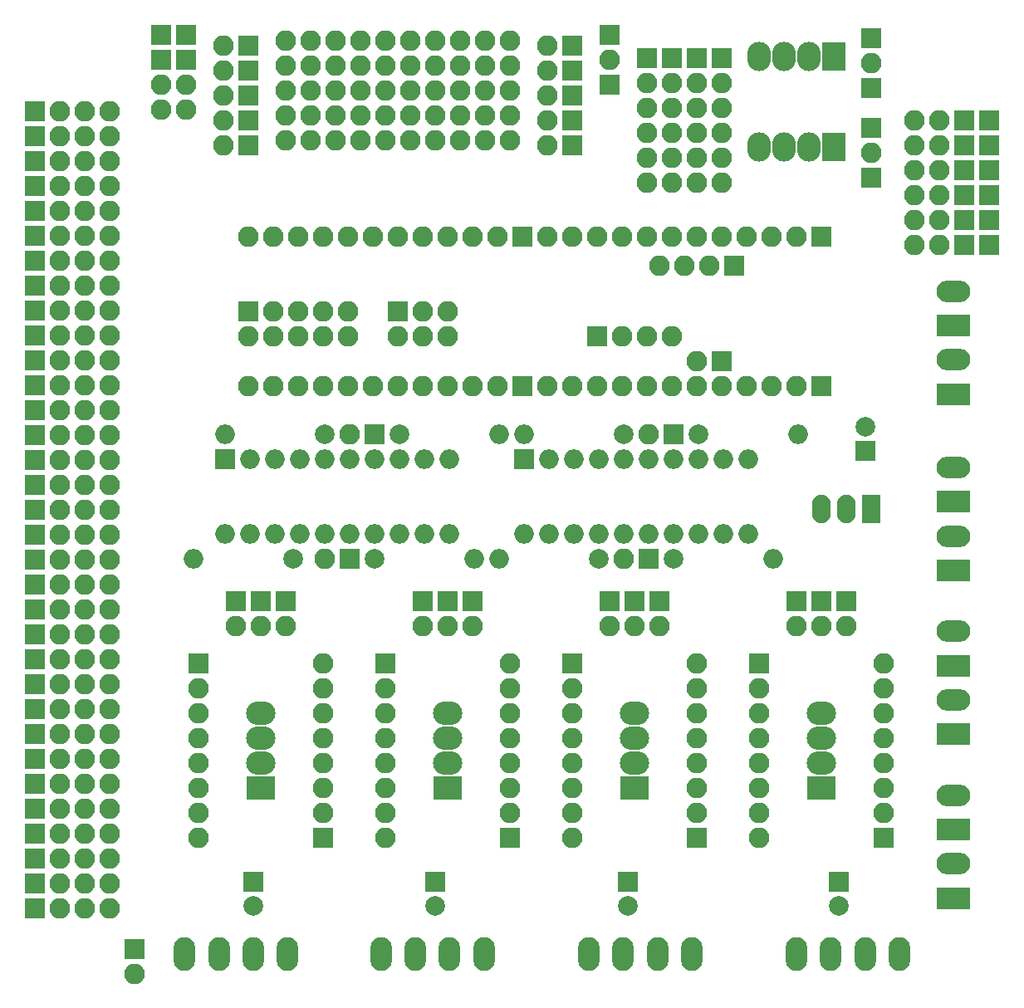
<source format=gts>
G04 #@! TF.GenerationSoftware,KiCad,Pcbnew,(5.1.2)-1*
G04 #@! TF.CreationDate,2019-11-13T00:18:25-08:00*
G04 #@! TF.ProjectId,4Rose_t35_002c,34526f73-655f-4743-9335-5f303032632e,rev?*
G04 #@! TF.SameCoordinates,Original*
G04 #@! TF.FileFunction,Soldermask,Top*
G04 #@! TF.FilePolarity,Negative*
%FSLAX46Y46*%
G04 Gerber Fmt 4.6, Leading zero omitted, Abs format (unit mm)*
G04 Created by KiCad (PCBNEW (5.1.2)-1) date 2019-11-13 00:18:25*
%MOMM*%
%LPD*%
G04 APERTURE LIST*
%ADD10O,2.200000X3.448000*%
%ADD11O,2.100000X2.100000*%
%ADD12R,2.100000X2.100000*%
%ADD13O,2.000000X2.000000*%
%ADD14C,2.000000*%
%ADD15R,2.000000X2.000000*%
%ADD16O,3.448000X2.200000*%
%ADD17R,3.448000X2.200000*%
%ADD18R,3.000000X2.400000*%
%ADD19O,3.000000X2.400000*%
%ADD20R,2.400000X3.000000*%
%ADD21O,2.400000X3.000000*%
%ADD22R,1.900000X2.900000*%
%ADD23O,1.900000X2.900000*%
G04 APERTURE END LIST*
D10*
X193040000Y-171323000D03*
X196540000Y-171323000D03*
X200040000Y-171323000D03*
X203540000Y-171323000D03*
X182381800Y-171323000D03*
X178881800Y-171323000D03*
X175381800Y-171323000D03*
X171881800Y-171323000D03*
X161198200Y-171323000D03*
X157698200Y-171323000D03*
X154198200Y-171323000D03*
X150698200Y-171323000D03*
X130683000Y-171323000D03*
X134183000Y-171323000D03*
X137683000Y-171323000D03*
X141183000Y-171323000D03*
D11*
X175412400Y-131064000D03*
D12*
X177952400Y-131064000D03*
X180492400Y-118364000D03*
D11*
X177952400Y-118364000D03*
D12*
X150012400Y-118402100D03*
D11*
X147472400Y-118402100D03*
X144945100Y-131064000D03*
D12*
X147485100Y-131064000D03*
X185420000Y-80010000D03*
D11*
X185420000Y-82550000D03*
X185420000Y-85090000D03*
X185420000Y-87630000D03*
X185420000Y-90170000D03*
X185420000Y-92710000D03*
D12*
X180340000Y-80010000D03*
D11*
X180340000Y-82550000D03*
X180340000Y-85090000D03*
X180340000Y-87630000D03*
X180340000Y-90170000D03*
X180340000Y-92710000D03*
D12*
X182880000Y-80010000D03*
D11*
X182880000Y-82550000D03*
X182880000Y-85090000D03*
X182880000Y-87630000D03*
X182880000Y-90170000D03*
X182880000Y-92710000D03*
X163830000Y-78232000D03*
X163830000Y-80772000D03*
X163830000Y-83312000D03*
X163830000Y-85852000D03*
X163830000Y-88392000D03*
X161290000Y-78232000D03*
X161290000Y-80772000D03*
X161290000Y-83312000D03*
X161290000Y-85852000D03*
X161290000Y-88392000D03*
X158750000Y-78232000D03*
X158750000Y-80772000D03*
X158750000Y-83312000D03*
X158750000Y-85852000D03*
X158750000Y-88392000D03*
X156210000Y-78232000D03*
X156210000Y-80772000D03*
X156210000Y-83312000D03*
X156210000Y-85852000D03*
X156210000Y-88392000D03*
X153670000Y-78232000D03*
X153670000Y-80772000D03*
X153670000Y-83312000D03*
X153670000Y-85852000D03*
X153670000Y-88392000D03*
X151130000Y-78232000D03*
X151130000Y-80772000D03*
X151130000Y-83312000D03*
X151130000Y-85852000D03*
X151130000Y-88392000D03*
X148590000Y-78232000D03*
X148590000Y-80772000D03*
X148590000Y-83312000D03*
X148590000Y-85852000D03*
X148590000Y-88392000D03*
X146050000Y-78232000D03*
X146050000Y-80772000D03*
X146050000Y-83312000D03*
X146050000Y-85852000D03*
X146050000Y-88392000D03*
X143510000Y-78232000D03*
X143510000Y-80772000D03*
X143510000Y-83312000D03*
X143510000Y-85852000D03*
X143510000Y-88392000D03*
X140970000Y-88392000D03*
X140970000Y-85852000D03*
X140970000Y-83312000D03*
X140970000Y-80772000D03*
X140970000Y-78232000D03*
X130810000Y-85217000D03*
X130810000Y-82677000D03*
D12*
X130810000Y-80137000D03*
X130810000Y-77597000D03*
X128270000Y-77597000D03*
X128270000Y-80137000D03*
D11*
X128270000Y-82677000D03*
X128270000Y-85217000D03*
X205079600Y-86360000D03*
X207619600Y-86360000D03*
D12*
X210159600Y-86360000D03*
X212699600Y-86360000D03*
X212699600Y-88900000D03*
X210159600Y-88900000D03*
D11*
X207619600Y-88900000D03*
X205079600Y-88900000D03*
D12*
X212699600Y-93980000D03*
X210159600Y-93980000D03*
D11*
X207619600Y-93980000D03*
X205079600Y-93980000D03*
X205079600Y-91440000D03*
X207619600Y-91440000D03*
D12*
X210159600Y-91440000D03*
X212699600Y-91440000D03*
X212699600Y-96520000D03*
X210159600Y-96520000D03*
D11*
X207619600Y-96520000D03*
X205079600Y-96520000D03*
X205079600Y-99060000D03*
X207619600Y-99060000D03*
D12*
X210159600Y-99060000D03*
X212699600Y-99060000D03*
D11*
X177800000Y-92710000D03*
X177800000Y-90170000D03*
X177800000Y-87630000D03*
X177800000Y-85090000D03*
X177800000Y-82550000D03*
D12*
X177800000Y-80010000D03*
X186740800Y-101171000D03*
D11*
X184200800Y-101171000D03*
X181660800Y-101171000D03*
X179120800Y-101171000D03*
X180390800Y-108331000D03*
X177850800Y-108331000D03*
X175310800Y-108331000D03*
D12*
X172770800Y-108331000D03*
X185470800Y-110871000D03*
D11*
X182930800Y-110871000D03*
X157530800Y-108331000D03*
X157530800Y-105791000D03*
X154990800Y-108331000D03*
X154990800Y-105791000D03*
X152450800Y-108331000D03*
D12*
X152450800Y-105791000D03*
D11*
X147370800Y-108331000D03*
X147370800Y-105791000D03*
X144830800Y-108331000D03*
X144830800Y-105791000D03*
X142290800Y-108331000D03*
X142290800Y-105791000D03*
X139750800Y-108331000D03*
X139750800Y-105791000D03*
X137210800Y-108331000D03*
D12*
X137210800Y-105791000D03*
D13*
X131572000Y-131064000D03*
D14*
X141732000Y-131064000D03*
X150012400Y-131064000D03*
D13*
X160172400Y-131064000D03*
X134772400Y-118402100D03*
D14*
X144932400Y-118402100D03*
X152552400Y-118402100D03*
D13*
X162712400Y-118402100D03*
X162712400Y-131064000D03*
D14*
X172872400Y-131064000D03*
X180492400Y-131064000D03*
D13*
X190652400Y-131064000D03*
D14*
X175412400Y-118364000D03*
D13*
X165252400Y-118364000D03*
X193192400Y-118364000D03*
D14*
X183032400Y-118364000D03*
X200101200Y-117565800D03*
D15*
X200101200Y-120065800D03*
X137642600Y-163982400D03*
D14*
X137642600Y-166482400D03*
D16*
X209092800Y-121743600D03*
D17*
X209092800Y-125243600D03*
D16*
X209092800Y-128743600D03*
D17*
X209092800Y-132243600D03*
D18*
X195580000Y-154432000D03*
D19*
X195580000Y-151892000D03*
X195580000Y-149352000D03*
X195580000Y-146812000D03*
D17*
X209092800Y-165670000D03*
D16*
X209092800Y-162170000D03*
D17*
X209092800Y-158670000D03*
D16*
X209092800Y-155170000D03*
X209092800Y-103760400D03*
D17*
X209092800Y-107260400D03*
D16*
X209092800Y-110760400D03*
D17*
X209092800Y-114260400D03*
D20*
X196850000Y-89052400D03*
D21*
X194310000Y-89052400D03*
X191770000Y-89052400D03*
X189230000Y-89052400D03*
X189230000Y-79806800D03*
X191770000Y-79806800D03*
X194310000Y-79806800D03*
D20*
X196850000Y-79806800D03*
D19*
X176530000Y-146812000D03*
X176530000Y-149352000D03*
X176530000Y-151892000D03*
D18*
X176530000Y-154432000D03*
X157480000Y-154432000D03*
D19*
X157480000Y-151892000D03*
X157480000Y-149352000D03*
X157480000Y-146812000D03*
X138430000Y-146812000D03*
X138430000Y-149352000D03*
X138430000Y-151892000D03*
D18*
X138430000Y-154432000D03*
D14*
X156222700Y-166482400D03*
D15*
X156222700Y-163982400D03*
D16*
X209092800Y-138456800D03*
D17*
X209092800Y-141956800D03*
D16*
X209092800Y-145456800D03*
D17*
X209092800Y-148956800D03*
D12*
X140970000Y-135382000D03*
D11*
X140970000Y-137922000D03*
D12*
X138430000Y-135382000D03*
D11*
X138430000Y-137922000D03*
D12*
X135890000Y-135382000D03*
D11*
X135890000Y-137922000D03*
X154940000Y-137922000D03*
D12*
X154940000Y-135382000D03*
D11*
X157480000Y-137922000D03*
D12*
X157480000Y-135382000D03*
D11*
X160020000Y-137922000D03*
D12*
X160020000Y-135382000D03*
X198120000Y-135382000D03*
D11*
X198120000Y-137922000D03*
D12*
X195580000Y-135382000D03*
D11*
X195580000Y-137922000D03*
D12*
X193040000Y-135382000D03*
D11*
X193040000Y-137922000D03*
X173990000Y-137922000D03*
D12*
X173990000Y-135382000D03*
D11*
X176530000Y-137922000D03*
D12*
X176530000Y-135382000D03*
D11*
X179070000Y-137922000D03*
D12*
X179070000Y-135382000D03*
D14*
X175844200Y-166482400D03*
D15*
X175844200Y-163982400D03*
D14*
X197396100Y-166482400D03*
D15*
X197396100Y-163982400D03*
D12*
X200660000Y-92227400D03*
D11*
X200660000Y-89687400D03*
D12*
X200660000Y-87147400D03*
X200660000Y-78016100D03*
D11*
X200660000Y-80556100D03*
D12*
X200660000Y-83096100D03*
X173990000Y-77597000D03*
D11*
X173990000Y-80137000D03*
D12*
X173990000Y-82677000D03*
X125590300Y-170827700D03*
D11*
X125590300Y-173367700D03*
D12*
X170180000Y-78740000D03*
D11*
X167640000Y-78740000D03*
D12*
X170180000Y-81280000D03*
D11*
X167640000Y-81280000D03*
D12*
X170180000Y-83820000D03*
D11*
X167640000Y-83820000D03*
D12*
X170180000Y-86360000D03*
D11*
X167640000Y-86360000D03*
D12*
X170180000Y-88900000D03*
D11*
X167640000Y-88900000D03*
X134620000Y-88900000D03*
D12*
X137160000Y-88900000D03*
D11*
X134620000Y-86360000D03*
D12*
X137160000Y-86360000D03*
D11*
X134620000Y-83820000D03*
D12*
X137160000Y-83820000D03*
D11*
X134620000Y-81280000D03*
D12*
X137160000Y-81280000D03*
D11*
X134620000Y-78740000D03*
D12*
X137160000Y-78740000D03*
X189230000Y-141732000D03*
D11*
X189230000Y-144272000D03*
X189230000Y-146812000D03*
X189230000Y-149352000D03*
X189230000Y-151892000D03*
X189230000Y-154432000D03*
X189230000Y-156972000D03*
X189230000Y-159512000D03*
X201930000Y-141732000D03*
X201930000Y-144272000D03*
X201930000Y-146812000D03*
X201930000Y-149352000D03*
X201930000Y-151892000D03*
X201930000Y-154432000D03*
X201930000Y-156972000D03*
D12*
X201930000Y-159512000D03*
X170180000Y-141732000D03*
D11*
X170180000Y-144272000D03*
X170180000Y-146812000D03*
X170180000Y-149352000D03*
X170180000Y-151892000D03*
X170180000Y-154432000D03*
X170180000Y-156972000D03*
X170180000Y-159512000D03*
X182880000Y-141732000D03*
X182880000Y-144272000D03*
X182880000Y-146812000D03*
X182880000Y-149352000D03*
X182880000Y-151892000D03*
X182880000Y-154432000D03*
X182880000Y-156972000D03*
D12*
X182880000Y-159512000D03*
X151130000Y-141732000D03*
D11*
X151130000Y-144272000D03*
X151130000Y-146812000D03*
X151130000Y-149352000D03*
X151130000Y-151892000D03*
X151130000Y-154432000D03*
X151130000Y-156972000D03*
X151130000Y-159512000D03*
D12*
X132080000Y-141732000D03*
D11*
X132080000Y-144272000D03*
X132080000Y-146812000D03*
X132080000Y-149352000D03*
X132080000Y-151892000D03*
X132080000Y-154432000D03*
X132080000Y-156972000D03*
X132080000Y-159512000D03*
X163830000Y-141732000D03*
X163830000Y-144272000D03*
X163830000Y-146812000D03*
X163830000Y-149352000D03*
X163830000Y-151892000D03*
X163830000Y-154432000D03*
X163830000Y-156972000D03*
D12*
X163830000Y-159512000D03*
D11*
X144780000Y-141732000D03*
X144780000Y-144272000D03*
X144780000Y-146812000D03*
X144780000Y-149352000D03*
X144780000Y-151892000D03*
X144780000Y-154432000D03*
X144780000Y-156972000D03*
D12*
X144780000Y-159512000D03*
D13*
X134772400Y-128524000D03*
X157632400Y-120904000D03*
X137312400Y-128524000D03*
X155092400Y-120904000D03*
X139852400Y-128524000D03*
X152552400Y-120904000D03*
X142392400Y-128524000D03*
X150012400Y-120904000D03*
X144932400Y-128524000D03*
X147472400Y-120904000D03*
X147472400Y-128524000D03*
X144932400Y-120904000D03*
X150012400Y-128524000D03*
X142392400Y-120904000D03*
X152552400Y-128524000D03*
X139852400Y-120904000D03*
X155092400Y-128524000D03*
X137312400Y-120904000D03*
X157632400Y-128524000D03*
D15*
X134772400Y-120904000D03*
X165252400Y-120904000D03*
D13*
X188112400Y-128524000D03*
X167792400Y-120904000D03*
X185572400Y-128524000D03*
X170332400Y-120904000D03*
X183032400Y-128524000D03*
X172872400Y-120904000D03*
X180492400Y-128524000D03*
X175412400Y-120904000D03*
X177952400Y-128524000D03*
X177952400Y-120904000D03*
X175412400Y-128524000D03*
X180492400Y-120904000D03*
X172872400Y-128524000D03*
X183032400Y-120904000D03*
X170332400Y-128524000D03*
X185572400Y-120904000D03*
X167792400Y-128524000D03*
X188112400Y-120904000D03*
X165252400Y-128524000D03*
D11*
X123012200Y-85420200D03*
X120472200Y-85420200D03*
X117932200Y-85420200D03*
D12*
X115392200Y-85420200D03*
D11*
X123012200Y-87960200D03*
X120472200Y-87960200D03*
X117932200Y-87960200D03*
D12*
X115392200Y-87960200D03*
X115392200Y-90500200D03*
D11*
X117932200Y-90500200D03*
X120472200Y-90500200D03*
X123012200Y-90500200D03*
D12*
X115392200Y-93040200D03*
D11*
X117932200Y-93040200D03*
X120472200Y-93040200D03*
X123012200Y-93040200D03*
X123012200Y-95580200D03*
X120472200Y-95580200D03*
X117932200Y-95580200D03*
D12*
X115392200Y-95580200D03*
X115392200Y-98120200D03*
D11*
X117932200Y-98120200D03*
X120472200Y-98120200D03*
X123012200Y-98120200D03*
X123012200Y-100660200D03*
X120472200Y-100660200D03*
X117932200Y-100660200D03*
D12*
X115392200Y-100660200D03*
X115392200Y-103200200D03*
D11*
X117932200Y-103200200D03*
X120472200Y-103200200D03*
X123012200Y-103200200D03*
X123012200Y-105740200D03*
X120472200Y-105740200D03*
X117932200Y-105740200D03*
D12*
X115392200Y-105740200D03*
X115392200Y-108280200D03*
D11*
X117932200Y-108280200D03*
X120472200Y-108280200D03*
X123012200Y-108280200D03*
X123012200Y-110820200D03*
X120472200Y-110820200D03*
X117932200Y-110820200D03*
D12*
X115392200Y-110820200D03*
X115392200Y-113360200D03*
D11*
X117932200Y-113360200D03*
X120472200Y-113360200D03*
X123012200Y-113360200D03*
X123012200Y-115900200D03*
X120472200Y-115900200D03*
X117932200Y-115900200D03*
D12*
X115392200Y-115900200D03*
X115392200Y-118440200D03*
D11*
X117932200Y-118440200D03*
X120472200Y-118440200D03*
X123012200Y-118440200D03*
X123012200Y-120980200D03*
X120472200Y-120980200D03*
X117932200Y-120980200D03*
D12*
X115392200Y-120980200D03*
D11*
X123012200Y-123520200D03*
X120472200Y-123520200D03*
X117932200Y-123520200D03*
D12*
X115392200Y-123520200D03*
X115392200Y-126060200D03*
D11*
X117932200Y-126060200D03*
X120472200Y-126060200D03*
X123012200Y-126060200D03*
D12*
X115392200Y-128600200D03*
D11*
X117932200Y-128600200D03*
X120472200Y-128600200D03*
X123012200Y-128600200D03*
D12*
X115392200Y-131140200D03*
D11*
X117932200Y-131140200D03*
X120472200Y-131140200D03*
X123012200Y-131140200D03*
X123012200Y-133680200D03*
X120472200Y-133680200D03*
X117932200Y-133680200D03*
D12*
X115392200Y-133680200D03*
D11*
X123012200Y-136220200D03*
X120472200Y-136220200D03*
X117932200Y-136220200D03*
D12*
X115392200Y-136220200D03*
X115392200Y-138760200D03*
D11*
X117932200Y-138760200D03*
X120472200Y-138760200D03*
X123012200Y-138760200D03*
X123012200Y-141300200D03*
X120472200Y-141300200D03*
X117932200Y-141300200D03*
D12*
X115392200Y-141300200D03*
X115392200Y-143840200D03*
D11*
X117932200Y-143840200D03*
X120472200Y-143840200D03*
X123012200Y-143840200D03*
X123012200Y-146380200D03*
X120472200Y-146380200D03*
X117932200Y-146380200D03*
D12*
X115392200Y-146380200D03*
X115392200Y-148920200D03*
D11*
X117932200Y-148920200D03*
X120472200Y-148920200D03*
X123012200Y-148920200D03*
X123012200Y-151460200D03*
X120472200Y-151460200D03*
X117932200Y-151460200D03*
D12*
X115392200Y-151460200D03*
X115392200Y-154000200D03*
D11*
X117932200Y-154000200D03*
X120472200Y-154000200D03*
X123012200Y-154000200D03*
X123012200Y-156540200D03*
X120472200Y-156540200D03*
X117932200Y-156540200D03*
D12*
X115392200Y-156540200D03*
X115392200Y-159080200D03*
D11*
X117932200Y-159080200D03*
X120472200Y-159080200D03*
X123012200Y-159080200D03*
X123012200Y-161620200D03*
X120472200Y-161620200D03*
X117932200Y-161620200D03*
D12*
X115392200Y-161620200D03*
X115392200Y-164160200D03*
D11*
X117932200Y-164160200D03*
X120472200Y-164160200D03*
X123012200Y-164160200D03*
X123012200Y-166700200D03*
X120472200Y-166700200D03*
X117932200Y-166700200D03*
D12*
X115392200Y-166700200D03*
X195630800Y-98171000D03*
D11*
X193090800Y-98171000D03*
X190550800Y-98171000D03*
X188010800Y-98171000D03*
X185470800Y-98171000D03*
X182930800Y-98171000D03*
X180390800Y-98171000D03*
X177850800Y-98171000D03*
X175310800Y-98171000D03*
X172770800Y-98171000D03*
X170230800Y-98171000D03*
X167690800Y-98171000D03*
X167690800Y-113411000D03*
X170230800Y-113411000D03*
X172770800Y-113411000D03*
X175310800Y-113411000D03*
X177850800Y-113411000D03*
X180390800Y-113411000D03*
X182930800Y-113411000D03*
X185470800Y-113411000D03*
X188010800Y-113411000D03*
X190550800Y-113411000D03*
X193090800Y-113411000D03*
D12*
X195630800Y-113411000D03*
D11*
X137210800Y-113411000D03*
X139750800Y-113411000D03*
X142290800Y-113411000D03*
X144830800Y-113411000D03*
X147370800Y-113411000D03*
X149910800Y-113411000D03*
X152450800Y-113411000D03*
X154990800Y-113411000D03*
X157530800Y-113411000D03*
X160070800Y-113411000D03*
X162610800Y-113411000D03*
D12*
X165150800Y-113411000D03*
X165150800Y-98171000D03*
D11*
X162610800Y-98171000D03*
X160070800Y-98171000D03*
X157530800Y-98171000D03*
X154990800Y-98171000D03*
X152450800Y-98171000D03*
X149910800Y-98171000D03*
X147370800Y-98171000D03*
X144830800Y-98171000D03*
X142290800Y-98171000D03*
X139750800Y-98171000D03*
X137210800Y-98171000D03*
D22*
X200710000Y-125984000D03*
D23*
X198170000Y-125984000D03*
X195630000Y-125984000D03*
M02*

</source>
